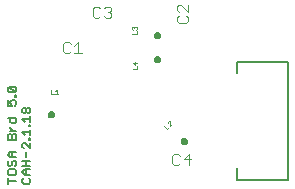
<source format=gbr>
G04 EAGLE Gerber RS-274X export*
G75*
%MOMM*%
%FSLAX34Y34*%
%LPD*%
%INSilkscreen Top*%
%IPPOS*%
%AMOC8*
5,1,8,0,0,1.08239X$1,22.5*%
G01*
%ADD10C,0.127000*%
%ADD11C,0.076200*%
%ADD12C,0.025400*%


D10*
X82473Y11423D02*
X75609Y11423D01*
X75609Y9135D02*
X75609Y13711D01*
X75609Y17763D02*
X75609Y20051D01*
X75609Y17763D02*
X76753Y16619D01*
X81329Y16619D01*
X82473Y17763D01*
X82473Y20051D01*
X81329Y21195D01*
X76753Y21195D01*
X75609Y20051D01*
X75609Y27535D02*
X76753Y28679D01*
X75609Y27535D02*
X75609Y25247D01*
X76753Y24103D01*
X77897Y24103D01*
X79041Y25247D01*
X79041Y27535D01*
X80185Y28679D01*
X81329Y28679D01*
X82473Y27535D01*
X82473Y25247D01*
X81329Y24103D01*
X82473Y31587D02*
X77897Y31587D01*
X75609Y33875D01*
X77897Y36163D01*
X82473Y36163D01*
X79041Y36163D02*
X79041Y31587D01*
X82473Y46556D02*
X75609Y46556D01*
X75609Y49988D01*
X76753Y51132D01*
X77897Y51132D01*
X79041Y49988D01*
X80185Y51132D01*
X81329Y51132D01*
X82473Y49988D01*
X82473Y46556D01*
X79041Y46556D02*
X79041Y49988D01*
X77897Y54040D02*
X82473Y54040D01*
X80185Y54040D02*
X77897Y56328D01*
X77897Y57472D01*
X75609Y64853D02*
X82473Y64853D01*
X82473Y61421D01*
X81329Y60277D01*
X79041Y60277D01*
X77897Y61421D01*
X77897Y64853D01*
X75609Y75245D02*
X75609Y79821D01*
X75609Y75245D02*
X79041Y75245D01*
X77897Y77533D01*
X77897Y78677D01*
X79041Y79821D01*
X81329Y79821D01*
X82473Y78677D01*
X82473Y76389D01*
X81329Y75245D01*
X81329Y82729D02*
X82473Y82729D01*
X81329Y82729D02*
X81329Y83873D01*
X82473Y83873D01*
X82473Y82729D01*
X81329Y86471D02*
X76753Y86471D01*
X75609Y87615D01*
X75609Y89903D01*
X76753Y91047D01*
X81329Y91047D01*
X82473Y89903D01*
X82473Y87615D01*
X81329Y86471D01*
X76753Y91047D01*
X88945Y13711D02*
X87801Y12567D01*
X87801Y10279D01*
X88945Y9135D01*
X93521Y9135D01*
X94665Y10279D01*
X94665Y12567D01*
X93521Y13711D01*
X94665Y16619D02*
X90089Y16619D01*
X87801Y18907D01*
X90089Y21195D01*
X94665Y21195D01*
X91233Y21195D02*
X91233Y16619D01*
X94665Y24103D02*
X87801Y24103D01*
X91233Y24103D02*
X91233Y28679D01*
X87801Y28679D02*
X94665Y28679D01*
X91233Y31587D02*
X91233Y36163D01*
X94665Y39072D02*
X94665Y43648D01*
X94665Y39072D02*
X90089Y43648D01*
X88945Y43648D01*
X87801Y42504D01*
X87801Y40216D01*
X88945Y39072D01*
X93521Y46556D02*
X94665Y46556D01*
X93521Y46556D02*
X93521Y47700D01*
X94665Y47700D01*
X94665Y46556D01*
X90089Y50298D02*
X87801Y52586D01*
X94665Y52586D01*
X94665Y50298D02*
X94665Y54874D01*
X94665Y57782D02*
X93521Y57782D01*
X93521Y58926D01*
X94665Y58926D01*
X94665Y57782D01*
X90089Y61524D02*
X87801Y63812D01*
X94665Y63812D01*
X94665Y61524D02*
X94665Y66100D01*
X88945Y69008D02*
X87801Y70152D01*
X87801Y72440D01*
X88945Y73584D01*
X90089Y73584D01*
X91233Y72440D01*
X92377Y73584D01*
X93521Y73584D01*
X94665Y72440D01*
X94665Y70152D01*
X93521Y69008D01*
X92377Y69008D01*
X91233Y70152D01*
X90089Y69008D01*
X88945Y69008D01*
X91233Y70152D02*
X91233Y72440D01*
D11*
X128941Y127672D02*
X127374Y129240D01*
X124238Y129240D01*
X122671Y127672D01*
X122671Y121401D01*
X124238Y119834D01*
X127374Y119834D01*
X128941Y121401D01*
X132026Y126104D02*
X135161Y129240D01*
X135161Y119834D01*
X132026Y119834D02*
X138297Y119834D01*
D10*
X312500Y112500D02*
X312500Y12500D01*
X270000Y12500D01*
X270000Y22500D01*
X270000Y112500D02*
X312500Y112500D01*
X270000Y112500D02*
X270000Y102500D01*
X111230Y67500D02*
X111232Y67571D01*
X111238Y67642D01*
X111248Y67713D01*
X111262Y67783D01*
X111280Y67852D01*
X111301Y67919D01*
X111327Y67986D01*
X111356Y68051D01*
X111388Y68114D01*
X111425Y68176D01*
X111464Y68235D01*
X111507Y68292D01*
X111553Y68346D01*
X111602Y68398D01*
X111654Y68447D01*
X111708Y68493D01*
X111765Y68536D01*
X111824Y68575D01*
X111886Y68612D01*
X111949Y68644D01*
X112014Y68673D01*
X112081Y68699D01*
X112148Y68720D01*
X112217Y68738D01*
X112287Y68752D01*
X112358Y68762D01*
X112429Y68768D01*
X112500Y68770D01*
X112571Y68768D01*
X112642Y68762D01*
X112713Y68752D01*
X112783Y68738D01*
X112852Y68720D01*
X112919Y68699D01*
X112986Y68673D01*
X113051Y68644D01*
X113114Y68612D01*
X113176Y68575D01*
X113235Y68536D01*
X113292Y68493D01*
X113346Y68447D01*
X113398Y68398D01*
X113447Y68346D01*
X113493Y68292D01*
X113536Y68235D01*
X113575Y68176D01*
X113612Y68114D01*
X113644Y68051D01*
X113673Y67986D01*
X113699Y67919D01*
X113720Y67852D01*
X113738Y67783D01*
X113752Y67713D01*
X113762Y67642D01*
X113768Y67571D01*
X113770Y67500D01*
X113768Y67429D01*
X113762Y67358D01*
X113752Y67287D01*
X113738Y67217D01*
X113720Y67148D01*
X113699Y67081D01*
X113673Y67014D01*
X113644Y66949D01*
X113612Y66886D01*
X113575Y66824D01*
X113536Y66765D01*
X113493Y66708D01*
X113447Y66654D01*
X113398Y66602D01*
X113346Y66553D01*
X113292Y66507D01*
X113235Y66464D01*
X113176Y66425D01*
X113114Y66388D01*
X113051Y66356D01*
X112986Y66327D01*
X112919Y66301D01*
X112852Y66280D01*
X112783Y66262D01*
X112713Y66248D01*
X112642Y66238D01*
X112571Y66232D01*
X112500Y66230D01*
X112429Y66232D01*
X112358Y66238D01*
X112287Y66248D01*
X112217Y66262D01*
X112148Y66280D01*
X112081Y66301D01*
X112014Y66327D01*
X111949Y66356D01*
X111886Y66388D01*
X111824Y66425D01*
X111765Y66464D01*
X111708Y66507D01*
X111654Y66553D01*
X111602Y66602D01*
X111553Y66654D01*
X111507Y66708D01*
X111464Y66765D01*
X111425Y66824D01*
X111388Y66886D01*
X111356Y66949D01*
X111327Y67014D01*
X111301Y67081D01*
X111280Y67148D01*
X111262Y67217D01*
X111248Y67287D01*
X111238Y67358D01*
X111232Y67429D01*
X111230Y67500D01*
X112246Y67500D02*
X112248Y67531D01*
X112254Y67562D01*
X112263Y67592D01*
X112276Y67620D01*
X112293Y67647D01*
X112312Y67671D01*
X112335Y67693D01*
X112360Y67712D01*
X112387Y67727D01*
X112416Y67740D01*
X112446Y67748D01*
X112477Y67753D01*
X112508Y67754D01*
X112539Y67751D01*
X112570Y67744D01*
X112599Y67734D01*
X112627Y67720D01*
X112653Y67703D01*
X112677Y67682D01*
X112698Y67659D01*
X112716Y67634D01*
X112731Y67606D01*
X112742Y67577D01*
X112750Y67547D01*
X112754Y67516D01*
X112754Y67484D01*
X112750Y67453D01*
X112742Y67423D01*
X112731Y67394D01*
X112716Y67366D01*
X112698Y67341D01*
X112677Y67318D01*
X112653Y67297D01*
X112627Y67280D01*
X112599Y67266D01*
X112570Y67256D01*
X112539Y67249D01*
X112508Y67246D01*
X112477Y67247D01*
X112446Y67252D01*
X112416Y67260D01*
X112387Y67273D01*
X112360Y67288D01*
X112335Y67307D01*
X112312Y67329D01*
X112293Y67353D01*
X112276Y67380D01*
X112263Y67408D01*
X112254Y67438D01*
X112248Y67469D01*
X112246Y67500D01*
X110315Y67500D02*
X110317Y67593D01*
X110323Y67687D01*
X110333Y67779D01*
X110347Y67872D01*
X110365Y67963D01*
X110386Y68054D01*
X110412Y68144D01*
X110442Y68233D01*
X110475Y68320D01*
X110512Y68406D01*
X110552Y68490D01*
X110596Y68572D01*
X110644Y68653D01*
X110695Y68731D01*
X110749Y68807D01*
X110806Y68881D01*
X110867Y68952D01*
X110930Y69020D01*
X110997Y69086D01*
X111066Y69149D01*
X111138Y69208D01*
X111212Y69265D01*
X111289Y69318D01*
X111367Y69368D01*
X111448Y69415D01*
X111531Y69458D01*
X111616Y69498D01*
X111702Y69534D01*
X111789Y69566D01*
X111878Y69595D01*
X111968Y69619D01*
X112059Y69640D01*
X112151Y69657D01*
X112244Y69670D01*
X112337Y69679D01*
X112430Y69684D01*
X112523Y69685D01*
X112617Y69682D01*
X112710Y69675D01*
X112803Y69664D01*
X112895Y69649D01*
X112986Y69630D01*
X113077Y69607D01*
X113166Y69581D01*
X113255Y69551D01*
X113342Y69516D01*
X113427Y69479D01*
X113511Y69437D01*
X113592Y69392D01*
X113672Y69344D01*
X113750Y69292D01*
X113826Y69237D01*
X113899Y69179D01*
X113969Y69118D01*
X114037Y69053D01*
X114102Y68986D01*
X114164Y68916D01*
X114223Y68844D01*
X114279Y68769D01*
X114331Y68692D01*
X114380Y68613D01*
X114426Y68531D01*
X114469Y68448D01*
X114507Y68363D01*
X114542Y68276D01*
X114574Y68189D01*
X114601Y68099D01*
X114625Y68009D01*
X114645Y67918D01*
X114661Y67826D01*
X114673Y67733D01*
X114681Y67640D01*
X114685Y67547D01*
X114685Y67453D01*
X114681Y67360D01*
X114673Y67267D01*
X114661Y67174D01*
X114645Y67082D01*
X114625Y66991D01*
X114601Y66901D01*
X114574Y66811D01*
X114542Y66724D01*
X114507Y66637D01*
X114469Y66552D01*
X114426Y66469D01*
X114380Y66387D01*
X114331Y66308D01*
X114279Y66231D01*
X114223Y66156D01*
X114164Y66084D01*
X114102Y66014D01*
X114037Y65947D01*
X113969Y65882D01*
X113899Y65821D01*
X113826Y65763D01*
X113750Y65708D01*
X113672Y65656D01*
X113593Y65608D01*
X113511Y65563D01*
X113427Y65521D01*
X113342Y65484D01*
X113255Y65449D01*
X113166Y65419D01*
X113077Y65393D01*
X112986Y65370D01*
X112895Y65351D01*
X112803Y65336D01*
X112710Y65325D01*
X112617Y65318D01*
X112523Y65315D01*
X112430Y65316D01*
X112337Y65321D01*
X112244Y65330D01*
X112151Y65343D01*
X112059Y65360D01*
X111968Y65381D01*
X111878Y65405D01*
X111789Y65434D01*
X111702Y65466D01*
X111616Y65502D01*
X111531Y65542D01*
X111448Y65585D01*
X111367Y65632D01*
X111289Y65682D01*
X111212Y65735D01*
X111138Y65792D01*
X111066Y65851D01*
X110997Y65914D01*
X110930Y65980D01*
X110867Y66048D01*
X110806Y66119D01*
X110749Y66193D01*
X110695Y66269D01*
X110644Y66347D01*
X110596Y66428D01*
X110552Y66510D01*
X110512Y66594D01*
X110475Y66680D01*
X110442Y66767D01*
X110412Y66856D01*
X110386Y66946D01*
X110365Y67037D01*
X110347Y67128D01*
X110333Y67221D01*
X110323Y67313D01*
X110317Y67407D01*
X110315Y67500D01*
D12*
X112237Y84747D02*
X112237Y88560D01*
X112237Y84747D02*
X114779Y84747D01*
X115979Y87289D02*
X117250Y88560D01*
X117250Y84747D01*
X115979Y84747D02*
X118521Y84747D01*
D10*
X223730Y45000D02*
X223732Y45071D01*
X223738Y45142D01*
X223748Y45213D01*
X223762Y45283D01*
X223780Y45352D01*
X223801Y45419D01*
X223827Y45486D01*
X223856Y45551D01*
X223888Y45614D01*
X223925Y45676D01*
X223964Y45735D01*
X224007Y45792D01*
X224053Y45846D01*
X224102Y45898D01*
X224154Y45947D01*
X224208Y45993D01*
X224265Y46036D01*
X224324Y46075D01*
X224386Y46112D01*
X224449Y46144D01*
X224514Y46173D01*
X224581Y46199D01*
X224648Y46220D01*
X224717Y46238D01*
X224787Y46252D01*
X224858Y46262D01*
X224929Y46268D01*
X225000Y46270D01*
X225071Y46268D01*
X225142Y46262D01*
X225213Y46252D01*
X225283Y46238D01*
X225352Y46220D01*
X225419Y46199D01*
X225486Y46173D01*
X225551Y46144D01*
X225614Y46112D01*
X225676Y46075D01*
X225735Y46036D01*
X225792Y45993D01*
X225846Y45947D01*
X225898Y45898D01*
X225947Y45846D01*
X225993Y45792D01*
X226036Y45735D01*
X226075Y45676D01*
X226112Y45614D01*
X226144Y45551D01*
X226173Y45486D01*
X226199Y45419D01*
X226220Y45352D01*
X226238Y45283D01*
X226252Y45213D01*
X226262Y45142D01*
X226268Y45071D01*
X226270Y45000D01*
X226268Y44929D01*
X226262Y44858D01*
X226252Y44787D01*
X226238Y44717D01*
X226220Y44648D01*
X226199Y44581D01*
X226173Y44514D01*
X226144Y44449D01*
X226112Y44386D01*
X226075Y44324D01*
X226036Y44265D01*
X225993Y44208D01*
X225947Y44154D01*
X225898Y44102D01*
X225846Y44053D01*
X225792Y44007D01*
X225735Y43964D01*
X225676Y43925D01*
X225614Y43888D01*
X225551Y43856D01*
X225486Y43827D01*
X225419Y43801D01*
X225352Y43780D01*
X225283Y43762D01*
X225213Y43748D01*
X225142Y43738D01*
X225071Y43732D01*
X225000Y43730D01*
X224929Y43732D01*
X224858Y43738D01*
X224787Y43748D01*
X224717Y43762D01*
X224648Y43780D01*
X224581Y43801D01*
X224514Y43827D01*
X224449Y43856D01*
X224386Y43888D01*
X224324Y43925D01*
X224265Y43964D01*
X224208Y44007D01*
X224154Y44053D01*
X224102Y44102D01*
X224053Y44154D01*
X224007Y44208D01*
X223964Y44265D01*
X223925Y44324D01*
X223888Y44386D01*
X223856Y44449D01*
X223827Y44514D01*
X223801Y44581D01*
X223780Y44648D01*
X223762Y44717D01*
X223748Y44787D01*
X223738Y44858D01*
X223732Y44929D01*
X223730Y45000D01*
X224746Y45000D02*
X224748Y45031D01*
X224754Y45062D01*
X224763Y45092D01*
X224776Y45120D01*
X224793Y45147D01*
X224812Y45171D01*
X224835Y45193D01*
X224860Y45212D01*
X224887Y45227D01*
X224916Y45240D01*
X224946Y45248D01*
X224977Y45253D01*
X225008Y45254D01*
X225039Y45251D01*
X225070Y45244D01*
X225099Y45234D01*
X225127Y45220D01*
X225153Y45203D01*
X225177Y45182D01*
X225198Y45159D01*
X225216Y45134D01*
X225231Y45106D01*
X225242Y45077D01*
X225250Y45047D01*
X225254Y45016D01*
X225254Y44984D01*
X225250Y44953D01*
X225242Y44923D01*
X225231Y44894D01*
X225216Y44866D01*
X225198Y44841D01*
X225177Y44818D01*
X225153Y44797D01*
X225127Y44780D01*
X225099Y44766D01*
X225070Y44756D01*
X225039Y44749D01*
X225008Y44746D01*
X224977Y44747D01*
X224946Y44752D01*
X224916Y44760D01*
X224887Y44773D01*
X224860Y44788D01*
X224835Y44807D01*
X224812Y44829D01*
X224793Y44853D01*
X224776Y44880D01*
X224763Y44908D01*
X224754Y44938D01*
X224748Y44969D01*
X224746Y45000D01*
X222815Y45000D02*
X222817Y45093D01*
X222823Y45187D01*
X222833Y45279D01*
X222847Y45372D01*
X222865Y45463D01*
X222886Y45554D01*
X222912Y45644D01*
X222942Y45733D01*
X222975Y45820D01*
X223012Y45906D01*
X223052Y45990D01*
X223096Y46072D01*
X223144Y46153D01*
X223195Y46231D01*
X223249Y46307D01*
X223306Y46381D01*
X223367Y46452D01*
X223430Y46520D01*
X223497Y46586D01*
X223566Y46649D01*
X223638Y46708D01*
X223712Y46765D01*
X223789Y46818D01*
X223867Y46868D01*
X223948Y46915D01*
X224031Y46958D01*
X224116Y46998D01*
X224202Y47034D01*
X224289Y47066D01*
X224378Y47095D01*
X224468Y47119D01*
X224559Y47140D01*
X224651Y47157D01*
X224744Y47170D01*
X224837Y47179D01*
X224930Y47184D01*
X225023Y47185D01*
X225117Y47182D01*
X225210Y47175D01*
X225303Y47164D01*
X225395Y47149D01*
X225486Y47130D01*
X225577Y47107D01*
X225666Y47081D01*
X225755Y47051D01*
X225842Y47016D01*
X225927Y46979D01*
X226011Y46937D01*
X226092Y46892D01*
X226172Y46844D01*
X226250Y46792D01*
X226326Y46737D01*
X226399Y46679D01*
X226469Y46618D01*
X226537Y46553D01*
X226602Y46486D01*
X226664Y46416D01*
X226723Y46344D01*
X226779Y46269D01*
X226831Y46192D01*
X226880Y46113D01*
X226926Y46031D01*
X226969Y45948D01*
X227007Y45863D01*
X227042Y45776D01*
X227074Y45689D01*
X227101Y45599D01*
X227125Y45509D01*
X227145Y45418D01*
X227161Y45326D01*
X227173Y45233D01*
X227181Y45140D01*
X227185Y45047D01*
X227185Y44953D01*
X227181Y44860D01*
X227173Y44767D01*
X227161Y44674D01*
X227145Y44582D01*
X227125Y44491D01*
X227101Y44401D01*
X227074Y44311D01*
X227042Y44224D01*
X227007Y44137D01*
X226969Y44052D01*
X226926Y43969D01*
X226880Y43887D01*
X226831Y43808D01*
X226779Y43731D01*
X226723Y43656D01*
X226664Y43584D01*
X226602Y43514D01*
X226537Y43447D01*
X226469Y43382D01*
X226399Y43321D01*
X226326Y43263D01*
X226250Y43208D01*
X226172Y43156D01*
X226093Y43108D01*
X226011Y43063D01*
X225927Y43021D01*
X225842Y42984D01*
X225755Y42949D01*
X225666Y42919D01*
X225577Y42893D01*
X225486Y42870D01*
X225395Y42851D01*
X225303Y42836D01*
X225210Y42825D01*
X225117Y42818D01*
X225023Y42815D01*
X224930Y42816D01*
X224837Y42821D01*
X224744Y42830D01*
X224651Y42843D01*
X224559Y42860D01*
X224468Y42881D01*
X224378Y42905D01*
X224289Y42934D01*
X224202Y42966D01*
X224116Y43002D01*
X224031Y43042D01*
X223948Y43085D01*
X223867Y43132D01*
X223789Y43182D01*
X223712Y43235D01*
X223638Y43292D01*
X223566Y43351D01*
X223497Y43414D01*
X223430Y43480D01*
X223367Y43548D01*
X223306Y43619D01*
X223249Y43693D01*
X223195Y43769D01*
X223144Y43847D01*
X223096Y43928D01*
X223052Y44010D01*
X223012Y44094D01*
X222975Y44180D01*
X222942Y44267D01*
X222912Y44356D01*
X222886Y44446D01*
X222865Y44537D01*
X222847Y44628D01*
X222833Y44721D01*
X222823Y44813D01*
X222817Y44907D01*
X222815Y45000D01*
D12*
X210497Y55595D02*
X207801Y58292D01*
X210497Y55595D02*
X212295Y57393D01*
X213143Y58241D02*
X214941Y60039D01*
X213143Y58241D02*
X213143Y61836D01*
X212694Y62286D01*
X211795Y62286D01*
X210896Y61387D01*
X210896Y60488D01*
D11*
X219038Y149909D02*
X220606Y151477D01*
X219038Y149909D02*
X219038Y146774D01*
X220606Y145206D01*
X226876Y145206D01*
X228444Y146774D01*
X228444Y149909D01*
X226876Y151477D01*
X228444Y154561D02*
X228444Y160832D01*
X228444Y154561D02*
X222173Y160832D01*
X220606Y160832D01*
X219038Y159264D01*
X219038Y156129D01*
X220606Y154561D01*
D10*
X201055Y134500D02*
X201057Y134571D01*
X201063Y134642D01*
X201073Y134713D01*
X201087Y134783D01*
X201105Y134852D01*
X201126Y134919D01*
X201152Y134986D01*
X201181Y135051D01*
X201213Y135114D01*
X201250Y135176D01*
X201289Y135235D01*
X201332Y135292D01*
X201378Y135346D01*
X201427Y135398D01*
X201479Y135447D01*
X201533Y135493D01*
X201590Y135536D01*
X201649Y135575D01*
X201711Y135612D01*
X201774Y135644D01*
X201839Y135673D01*
X201906Y135699D01*
X201973Y135720D01*
X202042Y135738D01*
X202112Y135752D01*
X202183Y135762D01*
X202254Y135768D01*
X202325Y135770D01*
X202396Y135768D01*
X202467Y135762D01*
X202538Y135752D01*
X202608Y135738D01*
X202677Y135720D01*
X202744Y135699D01*
X202811Y135673D01*
X202876Y135644D01*
X202939Y135612D01*
X203001Y135575D01*
X203060Y135536D01*
X203117Y135493D01*
X203171Y135447D01*
X203223Y135398D01*
X203272Y135346D01*
X203318Y135292D01*
X203361Y135235D01*
X203400Y135176D01*
X203437Y135114D01*
X203469Y135051D01*
X203498Y134986D01*
X203524Y134919D01*
X203545Y134852D01*
X203563Y134783D01*
X203577Y134713D01*
X203587Y134642D01*
X203593Y134571D01*
X203595Y134500D01*
X203593Y134429D01*
X203587Y134358D01*
X203577Y134287D01*
X203563Y134217D01*
X203545Y134148D01*
X203524Y134081D01*
X203498Y134014D01*
X203469Y133949D01*
X203437Y133886D01*
X203400Y133824D01*
X203361Y133765D01*
X203318Y133708D01*
X203272Y133654D01*
X203223Y133602D01*
X203171Y133553D01*
X203117Y133507D01*
X203060Y133464D01*
X203001Y133425D01*
X202939Y133388D01*
X202876Y133356D01*
X202811Y133327D01*
X202744Y133301D01*
X202677Y133280D01*
X202608Y133262D01*
X202538Y133248D01*
X202467Y133238D01*
X202396Y133232D01*
X202325Y133230D01*
X202254Y133232D01*
X202183Y133238D01*
X202112Y133248D01*
X202042Y133262D01*
X201973Y133280D01*
X201906Y133301D01*
X201839Y133327D01*
X201774Y133356D01*
X201711Y133388D01*
X201649Y133425D01*
X201590Y133464D01*
X201533Y133507D01*
X201479Y133553D01*
X201427Y133602D01*
X201378Y133654D01*
X201332Y133708D01*
X201289Y133765D01*
X201250Y133824D01*
X201213Y133886D01*
X201181Y133949D01*
X201152Y134014D01*
X201126Y134081D01*
X201105Y134148D01*
X201087Y134217D01*
X201073Y134287D01*
X201063Y134358D01*
X201057Y134429D01*
X201055Y134500D01*
X202071Y134500D02*
X202073Y134531D01*
X202079Y134562D01*
X202088Y134592D01*
X202101Y134620D01*
X202118Y134647D01*
X202137Y134671D01*
X202160Y134693D01*
X202185Y134712D01*
X202212Y134727D01*
X202241Y134740D01*
X202271Y134748D01*
X202302Y134753D01*
X202333Y134754D01*
X202364Y134751D01*
X202395Y134744D01*
X202424Y134734D01*
X202452Y134720D01*
X202478Y134703D01*
X202502Y134682D01*
X202523Y134659D01*
X202541Y134634D01*
X202556Y134606D01*
X202567Y134577D01*
X202575Y134547D01*
X202579Y134516D01*
X202579Y134484D01*
X202575Y134453D01*
X202567Y134423D01*
X202556Y134394D01*
X202541Y134366D01*
X202523Y134341D01*
X202502Y134318D01*
X202478Y134297D01*
X202452Y134280D01*
X202424Y134266D01*
X202395Y134256D01*
X202364Y134249D01*
X202333Y134246D01*
X202302Y134247D01*
X202271Y134252D01*
X202241Y134260D01*
X202212Y134273D01*
X202185Y134288D01*
X202160Y134307D01*
X202137Y134329D01*
X202118Y134353D01*
X202101Y134380D01*
X202088Y134408D01*
X202079Y134438D01*
X202073Y134469D01*
X202071Y134500D01*
X200140Y134500D02*
X200142Y134593D01*
X200148Y134687D01*
X200158Y134779D01*
X200172Y134872D01*
X200190Y134963D01*
X200211Y135054D01*
X200237Y135144D01*
X200267Y135233D01*
X200300Y135320D01*
X200337Y135406D01*
X200377Y135490D01*
X200421Y135572D01*
X200469Y135653D01*
X200520Y135731D01*
X200574Y135807D01*
X200631Y135881D01*
X200692Y135952D01*
X200755Y136020D01*
X200822Y136086D01*
X200891Y136149D01*
X200963Y136208D01*
X201037Y136265D01*
X201114Y136318D01*
X201192Y136368D01*
X201273Y136415D01*
X201356Y136458D01*
X201441Y136498D01*
X201527Y136534D01*
X201614Y136566D01*
X201703Y136595D01*
X201793Y136619D01*
X201884Y136640D01*
X201976Y136657D01*
X202069Y136670D01*
X202162Y136679D01*
X202255Y136684D01*
X202348Y136685D01*
X202442Y136682D01*
X202535Y136675D01*
X202628Y136664D01*
X202720Y136649D01*
X202811Y136630D01*
X202902Y136607D01*
X202991Y136581D01*
X203080Y136551D01*
X203167Y136516D01*
X203252Y136479D01*
X203336Y136437D01*
X203417Y136392D01*
X203497Y136344D01*
X203575Y136292D01*
X203651Y136237D01*
X203724Y136179D01*
X203794Y136118D01*
X203862Y136053D01*
X203927Y135986D01*
X203989Y135916D01*
X204048Y135844D01*
X204104Y135769D01*
X204156Y135692D01*
X204205Y135613D01*
X204251Y135531D01*
X204294Y135448D01*
X204332Y135363D01*
X204367Y135276D01*
X204399Y135189D01*
X204426Y135099D01*
X204450Y135009D01*
X204470Y134918D01*
X204486Y134826D01*
X204498Y134733D01*
X204506Y134640D01*
X204510Y134547D01*
X204510Y134453D01*
X204506Y134360D01*
X204498Y134267D01*
X204486Y134174D01*
X204470Y134082D01*
X204450Y133991D01*
X204426Y133901D01*
X204399Y133811D01*
X204367Y133724D01*
X204332Y133637D01*
X204294Y133552D01*
X204251Y133469D01*
X204205Y133387D01*
X204156Y133308D01*
X204104Y133231D01*
X204048Y133156D01*
X203989Y133084D01*
X203927Y133014D01*
X203862Y132947D01*
X203794Y132882D01*
X203724Y132821D01*
X203651Y132763D01*
X203575Y132708D01*
X203497Y132656D01*
X203418Y132608D01*
X203336Y132563D01*
X203252Y132521D01*
X203167Y132484D01*
X203080Y132449D01*
X202991Y132419D01*
X202902Y132393D01*
X202811Y132370D01*
X202720Y132351D01*
X202628Y132336D01*
X202535Y132325D01*
X202442Y132318D01*
X202348Y132315D01*
X202255Y132316D01*
X202162Y132321D01*
X202069Y132330D01*
X201976Y132343D01*
X201884Y132360D01*
X201793Y132381D01*
X201703Y132405D01*
X201614Y132434D01*
X201527Y132466D01*
X201441Y132502D01*
X201356Y132542D01*
X201273Y132585D01*
X201192Y132632D01*
X201114Y132682D01*
X201037Y132735D01*
X200963Y132792D01*
X200891Y132851D01*
X200822Y132914D01*
X200755Y132980D01*
X200692Y133048D01*
X200631Y133119D01*
X200574Y133193D01*
X200520Y133269D01*
X200469Y133347D01*
X200421Y133428D01*
X200377Y133510D01*
X200337Y133594D01*
X200300Y133680D01*
X200267Y133767D01*
X200237Y133856D01*
X200211Y133946D01*
X200190Y134037D01*
X200172Y134128D01*
X200158Y134221D01*
X200148Y134313D01*
X200142Y134407D01*
X200140Y134500D01*
D12*
X184753Y135912D02*
X180940Y135912D01*
X184753Y135912D02*
X184753Y138454D01*
X181575Y139654D02*
X180940Y140290D01*
X180940Y141561D01*
X181575Y142196D01*
X182211Y142196D01*
X182846Y141561D01*
X182846Y140925D01*
X182846Y141561D02*
X183482Y142196D01*
X184117Y142196D01*
X184753Y141561D01*
X184753Y140290D01*
X184117Y139654D01*
D10*
X201055Y114300D02*
X201057Y114371D01*
X201063Y114442D01*
X201073Y114513D01*
X201087Y114583D01*
X201105Y114652D01*
X201126Y114719D01*
X201152Y114786D01*
X201181Y114851D01*
X201213Y114914D01*
X201250Y114976D01*
X201289Y115035D01*
X201332Y115092D01*
X201378Y115146D01*
X201427Y115198D01*
X201479Y115247D01*
X201533Y115293D01*
X201590Y115336D01*
X201649Y115375D01*
X201711Y115412D01*
X201774Y115444D01*
X201839Y115473D01*
X201906Y115499D01*
X201973Y115520D01*
X202042Y115538D01*
X202112Y115552D01*
X202183Y115562D01*
X202254Y115568D01*
X202325Y115570D01*
X202396Y115568D01*
X202467Y115562D01*
X202538Y115552D01*
X202608Y115538D01*
X202677Y115520D01*
X202744Y115499D01*
X202811Y115473D01*
X202876Y115444D01*
X202939Y115412D01*
X203001Y115375D01*
X203060Y115336D01*
X203117Y115293D01*
X203171Y115247D01*
X203223Y115198D01*
X203272Y115146D01*
X203318Y115092D01*
X203361Y115035D01*
X203400Y114976D01*
X203437Y114914D01*
X203469Y114851D01*
X203498Y114786D01*
X203524Y114719D01*
X203545Y114652D01*
X203563Y114583D01*
X203577Y114513D01*
X203587Y114442D01*
X203593Y114371D01*
X203595Y114300D01*
X203593Y114229D01*
X203587Y114158D01*
X203577Y114087D01*
X203563Y114017D01*
X203545Y113948D01*
X203524Y113881D01*
X203498Y113814D01*
X203469Y113749D01*
X203437Y113686D01*
X203400Y113624D01*
X203361Y113565D01*
X203318Y113508D01*
X203272Y113454D01*
X203223Y113402D01*
X203171Y113353D01*
X203117Y113307D01*
X203060Y113264D01*
X203001Y113225D01*
X202939Y113188D01*
X202876Y113156D01*
X202811Y113127D01*
X202744Y113101D01*
X202677Y113080D01*
X202608Y113062D01*
X202538Y113048D01*
X202467Y113038D01*
X202396Y113032D01*
X202325Y113030D01*
X202254Y113032D01*
X202183Y113038D01*
X202112Y113048D01*
X202042Y113062D01*
X201973Y113080D01*
X201906Y113101D01*
X201839Y113127D01*
X201774Y113156D01*
X201711Y113188D01*
X201649Y113225D01*
X201590Y113264D01*
X201533Y113307D01*
X201479Y113353D01*
X201427Y113402D01*
X201378Y113454D01*
X201332Y113508D01*
X201289Y113565D01*
X201250Y113624D01*
X201213Y113686D01*
X201181Y113749D01*
X201152Y113814D01*
X201126Y113881D01*
X201105Y113948D01*
X201087Y114017D01*
X201073Y114087D01*
X201063Y114158D01*
X201057Y114229D01*
X201055Y114300D01*
X202071Y114300D02*
X202073Y114331D01*
X202079Y114362D01*
X202088Y114392D01*
X202101Y114420D01*
X202118Y114447D01*
X202137Y114471D01*
X202160Y114493D01*
X202185Y114512D01*
X202212Y114527D01*
X202241Y114540D01*
X202271Y114548D01*
X202302Y114553D01*
X202333Y114554D01*
X202364Y114551D01*
X202395Y114544D01*
X202424Y114534D01*
X202452Y114520D01*
X202478Y114503D01*
X202502Y114482D01*
X202523Y114459D01*
X202541Y114434D01*
X202556Y114406D01*
X202567Y114377D01*
X202575Y114347D01*
X202579Y114316D01*
X202579Y114284D01*
X202575Y114253D01*
X202567Y114223D01*
X202556Y114194D01*
X202541Y114166D01*
X202523Y114141D01*
X202502Y114118D01*
X202478Y114097D01*
X202452Y114080D01*
X202424Y114066D01*
X202395Y114056D01*
X202364Y114049D01*
X202333Y114046D01*
X202302Y114047D01*
X202271Y114052D01*
X202241Y114060D01*
X202212Y114073D01*
X202185Y114088D01*
X202160Y114107D01*
X202137Y114129D01*
X202118Y114153D01*
X202101Y114180D01*
X202088Y114208D01*
X202079Y114238D01*
X202073Y114269D01*
X202071Y114300D01*
X200140Y114300D02*
X200142Y114393D01*
X200148Y114487D01*
X200158Y114579D01*
X200172Y114672D01*
X200190Y114763D01*
X200211Y114854D01*
X200237Y114944D01*
X200267Y115033D01*
X200300Y115120D01*
X200337Y115206D01*
X200377Y115290D01*
X200421Y115372D01*
X200469Y115453D01*
X200520Y115531D01*
X200574Y115607D01*
X200631Y115681D01*
X200692Y115752D01*
X200755Y115820D01*
X200822Y115886D01*
X200891Y115949D01*
X200963Y116008D01*
X201037Y116065D01*
X201114Y116118D01*
X201192Y116168D01*
X201273Y116215D01*
X201356Y116258D01*
X201441Y116298D01*
X201527Y116334D01*
X201614Y116366D01*
X201703Y116395D01*
X201793Y116419D01*
X201884Y116440D01*
X201976Y116457D01*
X202069Y116470D01*
X202162Y116479D01*
X202255Y116484D01*
X202348Y116485D01*
X202442Y116482D01*
X202535Y116475D01*
X202628Y116464D01*
X202720Y116449D01*
X202811Y116430D01*
X202902Y116407D01*
X202991Y116381D01*
X203080Y116351D01*
X203167Y116316D01*
X203252Y116279D01*
X203336Y116237D01*
X203417Y116192D01*
X203497Y116144D01*
X203575Y116092D01*
X203651Y116037D01*
X203724Y115979D01*
X203794Y115918D01*
X203862Y115853D01*
X203927Y115786D01*
X203989Y115716D01*
X204048Y115644D01*
X204104Y115569D01*
X204156Y115492D01*
X204205Y115413D01*
X204251Y115331D01*
X204294Y115248D01*
X204332Y115163D01*
X204367Y115076D01*
X204399Y114989D01*
X204426Y114899D01*
X204450Y114809D01*
X204470Y114718D01*
X204486Y114626D01*
X204498Y114533D01*
X204506Y114440D01*
X204510Y114347D01*
X204510Y114253D01*
X204506Y114160D01*
X204498Y114067D01*
X204486Y113974D01*
X204470Y113882D01*
X204450Y113791D01*
X204426Y113701D01*
X204399Y113611D01*
X204367Y113524D01*
X204332Y113437D01*
X204294Y113352D01*
X204251Y113269D01*
X204205Y113187D01*
X204156Y113108D01*
X204104Y113031D01*
X204048Y112956D01*
X203989Y112884D01*
X203927Y112814D01*
X203862Y112747D01*
X203794Y112682D01*
X203724Y112621D01*
X203651Y112563D01*
X203575Y112508D01*
X203497Y112456D01*
X203418Y112408D01*
X203336Y112363D01*
X203252Y112321D01*
X203167Y112284D01*
X203080Y112249D01*
X202991Y112219D01*
X202902Y112193D01*
X202811Y112170D01*
X202720Y112151D01*
X202628Y112136D01*
X202535Y112125D01*
X202442Y112118D01*
X202348Y112115D01*
X202255Y112116D01*
X202162Y112121D01*
X202069Y112130D01*
X201976Y112143D01*
X201884Y112160D01*
X201793Y112181D01*
X201703Y112205D01*
X201614Y112234D01*
X201527Y112266D01*
X201441Y112302D01*
X201356Y112342D01*
X201273Y112385D01*
X201192Y112432D01*
X201114Y112482D01*
X201037Y112535D01*
X200963Y112592D01*
X200891Y112651D01*
X200822Y112714D01*
X200755Y112780D01*
X200692Y112848D01*
X200631Y112919D01*
X200574Y112993D01*
X200520Y113069D01*
X200469Y113147D01*
X200421Y113228D01*
X200377Y113310D01*
X200337Y113394D01*
X200300Y113480D01*
X200267Y113567D01*
X200237Y113656D01*
X200211Y113746D01*
X200190Y113837D01*
X200172Y113928D01*
X200158Y114021D01*
X200148Y114113D01*
X200142Y114207D01*
X200140Y114300D01*
D12*
X185257Y105858D02*
X181444Y105858D01*
X185257Y105858D02*
X185257Y108400D01*
X185257Y111507D02*
X181444Y111507D01*
X183350Y109600D01*
X183350Y112142D01*
D11*
X153941Y157547D02*
X152374Y159115D01*
X149238Y159115D01*
X147671Y157547D01*
X147671Y151276D01*
X149238Y149709D01*
X152374Y149709D01*
X153941Y151276D01*
X157026Y157547D02*
X158593Y159115D01*
X161729Y159115D01*
X163297Y157547D01*
X163297Y155979D01*
X161729Y154412D01*
X160161Y154412D01*
X161729Y154412D02*
X163297Y152844D01*
X163297Y151276D01*
X161729Y149709D01*
X158593Y149709D01*
X157026Y151276D01*
X219749Y34527D02*
X221316Y32959D01*
X219749Y34527D02*
X216613Y34527D01*
X215046Y32959D01*
X215046Y26689D01*
X216613Y25121D01*
X219749Y25121D01*
X221316Y26689D01*
X229104Y25121D02*
X229104Y34527D01*
X224401Y29824D01*
X230672Y29824D01*
M02*

</source>
